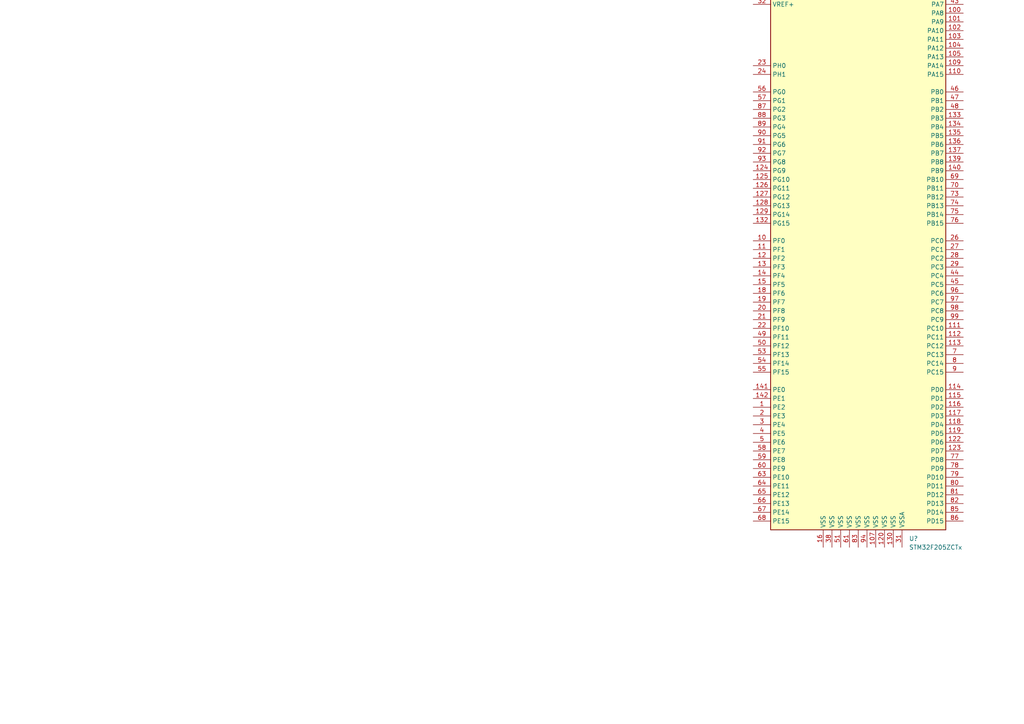
<source format=kicad_sch>
(kicad_sch (version 20211123) (generator eeschema)
  (paper "A4")
  (lib_symbols
    (symbol "MCU_ST_STM32F2:STM32F205ZCTx"
      (property "Reference" "U" (at -25.4 87.63 0))
      (property "Value" "STM32F205ZCTx" (at 20.32 87.63 0))
      (symbol "STM32F205ZCTx_0_1"
        (rectangle (start -25.4 -86.36) (end 25.4 86.36) (stroke (width 0.254)) (fill (type background)))
      )
      (symbol "STM32F205ZCTx_1_1"
        (pin bidirectional line (at -30.48 -50.8 0) (length 5.08) (name "PE2") (number "1"))
        (pin bidirectional line (at -30.48 -2.54 0) (length 5.08) (name "PF0") (number "10"))
        (pin bidirectional line (at 30.48 63.5 180) (length 5.08) (name "PA8") (number "100"))
        (pin bidirectional line (at 30.48 60.96 180) (length 5.08) (name "PA9") (number "101"))
        (pin bidirectional line (at 30.48 58.42 180) (length 5.08) (name "PA10") (number "102"))
        (pin bidirectional line (at 30.48 55.88 180) (length 5.08) (name "PA11") (number "103"))
        (pin bidirectional line (at 30.48 53.34 180) (length 5.08) (name "PA12") (number "104"))
        (pin bidirectional line (at 30.48 50.8 180) (length 5.08) (name "PA13") (number "105"))
        (pin power_in line (at -30.48 68.58 0) (length 5.08) (name "VCAP_2") (number "106"))
        (pin power_in line (at 5.08 -91.44 90) (length 5.08) (name "VSS") (number "107"))
        (pin power_in line (at 7.62 91.44 270) (length 5.08) (name "VDD") (number "108"))
        (pin bidirectional line (at 30.48 48.26 180) (length 5.08) (name "PA14") (number "109"))
        (pin bidirectional line (at -30.48 -5.08 0) (length 5.08) (name "PF1") (number "11"))
        (pin bidirectional line (at 30.48 45.72 180) (length 5.08) (name "PA15") (number "110"))
        (pin bidirectional line (at 30.48 -27.94 180) (length 5.08) (name "PC10") (number "111"))
        (pin bidirectional line (at 30.48 -30.48 180) (length 5.08) (name "PC11") (number "112"))
        (pin bidirectional line (at 30.48 -33.02 180) (length 5.08) (name "PC12") (number "113"))
        (pin bidirectional line (at 30.48 -45.72 180) (length 5.08) (name "PD0") (number "114"))
        (pin bidirectional line (at 30.48 -48.26 180) (length 5.08) (name "PD1") (number "115"))
        (pin bidirectional line (at 30.48 -50.8 180) (length 5.08) (name "PD2") (number "116"))
        (pin bidirectional line (at 30.48 -53.34 180) (length 5.08) (name "PD3") (number "117"))
        (pin bidirectional line (at 30.48 -55.88 180) (length 5.08) (name "PD4") (number "118"))
        (pin bidirectional line (at 30.48 -58.42 180) (length 5.08) (name "PD5") (number "119"))
        (pin bidirectional line (at -30.48 -7.62 0) (length 5.08) (name "PF2") (number "12"))
        (pin power_in line (at 7.62 -91.44 90) (length 5.08) (name "VSS") (number "120"))
        (pin power_in line (at 10.16 91.44 270) (length 5.08) (name "VDD") (number "121"))
        (pin bidirectional line (at 30.48 -60.96 180) (length 5.08) (name "PD6") (number "122"))
        (pin bidirectional line (at 30.48 -63.5 180) (length 5.08) (name "PD7") (number "123"))
        (pin bidirectional line (at -30.48 17.78 0) (length 5.08) (name "PG9") (number "124"))
        (pin bidirectional line (at -30.48 15.24 0) (length 5.08) (name "PG10") (number "125"))
        (pin bidirectional line (at -30.48 12.7 0) (length 5.08) (name "PG11") (number "126"))
        (pin bidirectional line (at -30.48 10.16 0) (length 5.08) (name "PG12") (number "127"))
        (pin bidirectional line (at -30.48 7.62 0) (length 5.08) (name "PG13") (number "128"))
        (pin bidirectional line (at -30.48 5.08 0) (length 5.08) (name "PG14") (number "129"))
        (pin bidirectional line (at -30.48 -10.16 0) (length 5.08) (name "PF3") (number "13"))
        (pin power_in line (at 10.16 -91.44 90) (length 5.08) (name "VSS") (number "130"))
        (pin power_in line (at 12.7 91.44 270) (length 5.08) (name "VDD") (number "131"))
        (pin bidirectional line (at -30.48 2.54 0) (length 5.08) (name "PG15") (number "132"))
        (pin bidirectional line (at 30.48 33.02 180) (length 5.08) (name "PB3") (number "133"))
        (pin bidirectional line (at 30.48 30.48 180) (length 5.08) (name "PB4") (number "134"))
        (pin bidirectional line (at 30.48 27.94 180) (length 5.08) (name "PB5") (number "135"))
        (pin bidirectional line (at 30.48 25.4 180) (length 5.08) (name "PB6") (number "136"))
        (pin bidirectional line (at 30.48 22.86 180) (length 5.08) (name "PB7") (number "137"))
        (pin input line (at -30.48 78.74 0) (length 5.08) (name "BOOT0") (number "138"))
        (pin bidirectional line (at 30.48 20.32 180) (length 5.08) (name "PB8") (number "139"))
        (pin bidirectional line (at -30.48 -12.7 0) (length 5.08) (name "PF4") (number "14"))
        (pin bidirectional line (at 30.48 17.78 180) (length 5.08) (name "PB9") (number "140"))
        (pin bidirectional line (at -30.48 -45.72 0) (length 5.08) (name "PE0") (number "141"))
        (pin bidirectional line (at -30.48 -48.26 0) (length 5.08) (name "PE1") (number "142"))
        (pin power_in line (at -30.48 73.66 0) (length 5.08) (name "RFU") (number "143"))
        (pin power_in line (at 15.24 91.44 270) (length 5.08) (name "VDD") (number "144"))
        (pin bidirectional line (at -30.48 -15.24 0) (length 5.08) (name "PF5") (number "15"))
        (pin power_in line (at -10.16 -91.44 90) (length 5.08) (name "VSS") (number "16"))
        (pin power_in line (at -12.7 91.44 270) (length 5.08) (name "VDD") (number "17"))
        (pin bidirectional line (at -30.48 -17.78 0) (length 5.08) (name "PF6") (number "18"))
        (pin bidirectional line (at -30.48 -20.32 0) (length 5.08) (name "PF7") (number "19"))
        (pin bidirectional line (at -30.48 -53.34 0) (length 5.08) (name "PE3") (number "2"))
        (pin bidirectional line (at -30.48 -22.86 0) (length 5.08) (name "PF8") (number "20"))
        (pin bidirectional line (at -30.48 -25.4 0) (length 5.08) (name "PF9") (number "21"))
        (pin bidirectional line (at -30.48 -27.94 0) (length 5.08) (name "PF10") (number "22"))
        (pin input line (at -30.48 48.26 0) (length 5.08) (name "PH0") (number "23"))
        (pin input line (at -30.48 45.72 0) (length 5.08) (name "PH1") (number "24"))
        (pin input line (at -30.48 83.82 0) (length 5.08) (name "NRST") (number "25"))
        (pin bidirectional line (at 30.48 -2.54 180) (length 5.08) (name "PC0") (number "26"))
        (pin bidirectional line (at 30.48 -5.08 180) (length 5.08) (name "PC1") (number "27"))
        (pin bidirectional line (at 30.48 -7.62 180) (length 5.08) (name "PC2") (number "28"))
        (pin bidirectional line (at 30.48 -10.16 180) (length 5.08) (name "PC3") (number "29"))
        (pin bidirectional line (at -30.48 -55.88 0) (length 5.08) (name "PE4") (number "3"))
        (pin power_in line (at -10.16 91.44 270) (length 5.08) (name "VDD") (number "30"))
        (pin power_in line (at 12.7 -91.44 90) (length 5.08) (name "VSSA") (number "31"))
        (pin power_in line (at -30.48 66.04 0) (length 5.08) (name "VREF+") (number "32"))
        (pin power_in line (at 17.78 91.44 270) (length 5.08) (name "VDDA") (number "33"))
        (pin bidirectional line (at 30.48 83.82 180) (length 5.08) (name "PA0") (number "34"))
        (pin bidirectional line (at 30.48 81.28 180) (length 5.08) (name "PA1") (number "35"))
        (pin bidirectional line (at 30.48 78.74 180) (length 5.08) (name "PA2") (number "36"))
        (pin bidirectional line (at 30.48 76.2 180) (length 5.08) (name "PA3") (number "37"))
        (pin power_in line (at -7.62 -91.44 90) (length 5.08) (name "VSS") (number "38"))
        (pin power_in line (at -7.62 91.44 270) (length 5.08) (name "VDD") (number "39"))
        (pin bidirectional line (at -30.48 -58.42 0) (length 5.08) (name "PE5") (number "4"))
        (pin bidirectional line (at 30.48 73.66 180) (length 5.08) (name "PA4") (number "40"))
        (pin bidirectional line (at 30.48 71.12 180) (length 5.08) (name "PA5") (number "41"))
        (pin bidirectional line (at 30.48 68.58 180) (length 5.08) (name "PA6") (number "42"))
        (pin bidirectional line (at 30.48 66.04 180) (length 5.08) (name "PA7") (number "43"))
        (pin bidirectional line (at 30.48 -12.7 180) (length 5.08) (name "PC4") (number "44"))
        (pin bidirectional line (at 30.48 -15.24 180) (length 5.08) (name "PC5") (number "45"))
        (pin bidirectional line (at 30.48 40.64 180) (length 5.08) (name "PB0") (number "46"))
        (pin bidirectional line (at 30.48 38.1 180) (length 5.08) (name "PB1") (number "47"))
        (pin bidirectional line (at 30.48 35.56 180) (length 5.08) (name "PB2") (number "48"))
        (pin bidirectional line (at -30.48 -30.48 0) (length 5.08) (name "PF11") (number "49"))
        (pin bidirectional line (at -30.48 -60.96 0) (length 5.08) (name "PE6") (number "5"))
        (pin bidirectional line (at -30.48 -33.02 0) (length 5.08) (name "PF12") (number "50"))
        (pin power_in line (at -5.08 -91.44 90) (length 5.08) (name "VSS") (number "51"))
        (pin power_in line (at -5.08 91.44 270) (length 5.08) (name "VDD") (number "52"))
        (pin bidirectional line (at -30.48 -35.56 0) (length 5.08) (name "PF13") (number "53"))
        (pin bidirectional line (at -30.48 -38.1 0) (length 5.08) (name "PF14") (number "54"))
        (pin bidirectional line (at -30.48 -40.64 0) (length 5.08) (name "PF15") (number "55"))
        (pin bidirectional line (at -30.48 40.64 0) (length 5.08) (name "PG0") (number "56"))
        (pin bidirectional line (at -30.48 38.1 0) (length 5.08) (name "PG1") (number "57"))
        (pin bidirectional line (at -30.48 -63.5 0) (length 5.08) (name "PE7") (number "58"))
        (pin bidirectional line (at -30.48 -66.04 0) (length 5.08) (name "PE8") (number "59"))
        (pin power_in line (at -15.24 91.44 270) (length 5.08) (name "VBAT") (number "6"))
        (pin bidirectional line (at -30.48 -68.58 0) (length 5.08) (name "PE9") (number "60"))
        (pin power_in line (at -2.54 -91.44 90) (length 5.08) (name "VSS") (number "61"))
        (pin power_in line (at -2.54 91.44 270) (length 5.08) (name "VDD") (number "62"))
        (pin bidirectional line (at -30.48 -71.12 0) (length 5.08) (name "PE10") (number "63"))
        (pin bidirectional line (at -30.48 -73.66 0) (length 5.08) (name "PE11") (number "64"))
        (pin bidirectional line (at -30.48 -76.2 0) (length 5.08) (name "PE12") (number "65"))
        (pin bidirectional line (at -30.48 -78.74 0) (length 5.08) (name "PE13") (number "66"))
        (pin bidirectional line (at -30.48 -81.28 0) (length 5.08) (name "PE14") (number "67"))
        (pin bidirectional line (at -30.48 -83.82 0) (length 5.08) (name "PE15") (number "68"))
        (pin bidirectional line (at 30.48 15.24 180) (length 5.08) (name "PB10") (number "69"))
        (pin bidirectional line (at 30.48 -35.56 180) (length 5.08) (name "PC13") (number "7"))
        (pin bidirectional line (at 30.48 12.7 180) (length 5.08) (name "PB11") (number "70"))
        (pin power_in line (at -30.48 71.12 0) (length 5.08) (name "VCAP_1") (number "71"))
        (pin power_in line (at 0 91.44 270) (length 5.08) (name "VDD") (number "72"))
        (pin bidirectional line (at 30.48 10.16 180) (length 5.08) (name "PB12") (number "73"))
        (pin bidirectional line (at 30.48 7.62 180) (length 5.08) (name "PB13") (number "74"))
        (pin bidirectional line (at 30.48 5.08 180) (length 5.08) (name "PB14") (number "75"))
        (pin bidirectional line (at 30.48 2.54 180) (length 5.08) (name "PB15") (number "76"))
        (pin bidirectional line (at 30.48 -66.04 180) (length 5.08) (name "PD8") (number "77"))
        (pin bidirectional line (at 30.48 -68.58 180) (length 5.08) (name "PD9") (number "78"))
        (pin bidirectional line (at 30.48 -71.12 180) (length 5.08) (name "PD10") (number "79"))
        (pin bidirectional line (at 30.48 -38.1 180) (length 5.08) (name "PC14") (number "8"))
        (pin bidirectional line (at 30.48 -73.66 180) (length 5.08) (name "PD11") (number "80"))
        (pin bidirectional line (at 30.48 -76.2 180) (length 5.08) (name "PD12") (number "81"))
        (pin bidirectional line (at 30.48 -78.74 180) (length 5.08) (name "PD13") (number "82"))
        (pin power_in line (at 0 -91.44 90) (length 5.08) (name "VSS") (number "83"))
        (pin power_in line (at 2.54 91.44 270) (length 5.08) (name "VDD") (number "84"))
        (pin bidirectional line (at 30.48 -81.28 180) (length 5.08) (name "PD14") (number "85"))
        (pin bidirectional line (at 30.48 -83.82 180) (length 5.08) (name "PD15") (number "86"))
        (pin bidirectional line (at -30.48 35.56 0) (length 5.08) (name "PG2") (number "87"))
        (pin bidirectional line (at -30.48 33.02 0) (length 5.08) (name "PG3") (number "88"))
        (pin bidirectional line (at -30.48 30.48 0) (length 5.08) (name "PG4") (number "89"))
        (pin bidirectional line (at 30.48 -40.64 180) (length 5.08) (name "PC15") (number "9"))
        (pin bidirectional line (at -30.48 27.94 0) (length 5.08) (name "PG5") (number "90"))
        (pin bidirectional line (at -30.48 25.4 0) (length 5.08) (name "PG6") (number "91"))
        (pin bidirectional line (at -30.48 22.86 0) (length 5.08) (name "PG7") (number "92"))
        (pin bidirectional line (at -30.48 20.32 0) (length 5.08) (name "PG8") (number "93"))
        (pin power_in line (at 2.54 -91.44 90) (length 5.08) (name "VSS") (number "94"))
        (pin power_in line (at 5.08 91.44 270) (length 5.08) (name "VDD") (number "95"))
        (pin bidirectional line (at 30.48 -17.78 180) (length 5.08) (name "PC6") (number "96"))
        (pin bidirectional line (at 30.48 -20.32 180) (length 5.08) (name "PC7") (number "97"))
        (pin bidirectional line (at 30.48 -22.86 180) (length 5.08) (name "PC8") (number "98"))
        (pin bidirectional line (at 30.48 -25.4 180) (length 5.08) (name "PC9") (number "99"))
      )
    )
  )
  (symbol (lib_id "MCU_ST_STM32F2:STM32F205ZCTx") (at 248.92 67.31 0) (unit 1)
    (property "Reference" "U?" (at 263.6394 156.21 0) (effects (justify left)))
    (property "Value" "STM32F205ZCTx" (at 263.6394 158.75 0) (effects (justify left)))
    (property "Footprint" "Package_QFP:LQFP-144_20x20mm_P0.5mm" (effects hide))
    (property "Datasheet" "http://www.st.com/st-web-ui/static/active/en/resource/technical/document/datasheet/CD00237391.pdf" (effects hide))
  )
)
</source>
